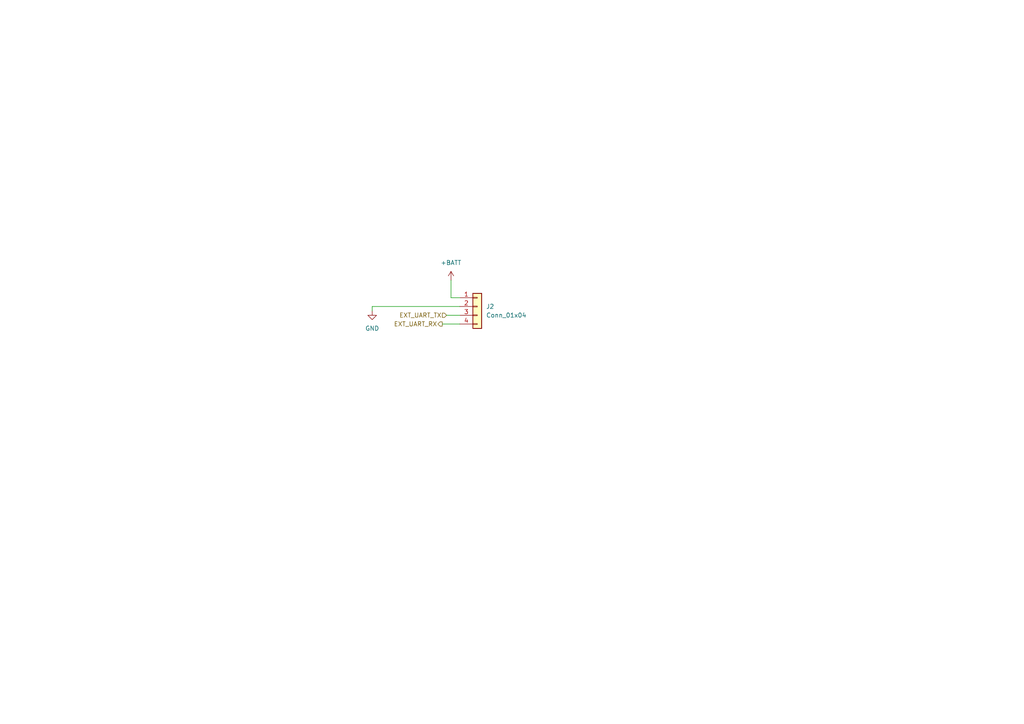
<source format=kicad_sch>
(kicad_sch (version 20230121) (generator eeschema)
  (paper "A4")
  (lib_symbols
    (symbol "Connector_Generic:Conn_01x04" (pin_names (offset 1.016) hide)
      (property "Reference" "J" (at 0 5.08 0))
      (property "Value" "Conn_01x04" (at 0 -7.62 0))
      (symbol "Conn_01x04_1_1"
        (rectangle (start -1.27 -4.953) (end 0 -5.207) (stroke (width 0.1524)))
        (rectangle (start -1.27 -2.413) (end 0 -2.667) (stroke (width 0.1524)))
        (rectangle (start -1.27 0.127) (end 0 -0.127) (stroke (width 0.1524)))
        (rectangle (start -1.27 2.667) (end 0 2.413) (stroke (width 0.1524)))
        (rectangle (start -1.27 3.81) (end 1.27 -6.35) (stroke (width 0.254)) (fill (type background)))
        (pin passive line (at -5.08 2.54 0) (length 3.81) (name "Pin_1") (number "1"))
        (pin passive line (at -5.08 0 0) (length 3.81) (name "Pin_2") (number "2"))
        (pin passive line (at -5.08 -2.54 0) (length 3.81) (name "Pin_3") (number "3"))
        (pin passive line (at -5.08 -5.08 0) (length 3.81) (name "Pin_4") (number "4"))
      )
    )
    (symbol "power:+BATT" (power) (pin_names (offset 0))
      (property "Value" "+BATT" (at 0 3.556 0))
      (symbol "+BATT_0_1"
        (polyline (pts (xy -0.762 1.27) (xy 0 2.54)))
        (polyline (pts (xy 0 0) (xy 0 2.54)))
        (polyline (pts (xy 0 2.54) (xy 0.762 1.27)))
      )
      (symbol "+BATT_1_1"
        (pin power_in line (at 0 0 90) (length 0) hide (name "+BATT") (number "1"))
      )
    )
    (symbol "power:GND" (power) (pin_names (offset 0))
      (property "Value" "GND" (at 0 -3.81 0))
      (symbol "GND_0_1"
        (polyline (pts (xy 0 0) (xy 0 -1.27) (xy 1.27 -1.27) (xy 0 -2.54) (xy -1.27 -1.27) (xy 0 -1.27)))
      )
      (symbol "GND_1_1"
        (pin power_in line (at 0 0 270) (length 0) hide (name "GND") (number "1"))
      )
    )
  )
  (wire (pts (xy 133.35 88.9) (xy 107.95 88.9)))
  (wire (pts (xy 130.81 86.36) (xy 130.81 81.28)))
  (wire (pts (xy 129.54 91.44) (xy 133.35 91.44)))
  (wire (pts (xy 107.95 88.9) (xy 107.95 90.17)))
  (wire (pts (xy 133.35 86.36) (xy 130.81 86.36)))
  (wire (pts (xy 128.27 93.98) (xy 133.35 93.98)))
  (hierarchical_label "EXT_UART_TX" (shape input) (at 129.54 91.44 180))
  (hierarchical_label "EXT_UART_RX" (shape output) (at 128.27 93.98 180))
  (symbol (lib_id "power:GND") (at 107.95 90.17 0) (unit 1)
    (property "Reference" "#PWR023" (effects hide))
    (property "Value" "GND" (at 107.95 95.25 0))
  )
  (symbol (lib_id "Connector_Generic:Conn_01x04") (at 138.43 88.9 0) (unit 1)
    (property "Reference" "J2" (at 140.97 88.9 0) (effects (justify left)))
    (property "Value" "Conn_01x04" (at 140.97 91.44 0) (effects (justify left)))
  )
  (symbol (lib_id "power:+BATT") (at 130.81 81.28 0) (unit 1)
    (property "Reference" "#PWR024" (effects hide))
    (property "Value" "+BATT" (at 130.81 76.2 0))
  )
)
</source>
